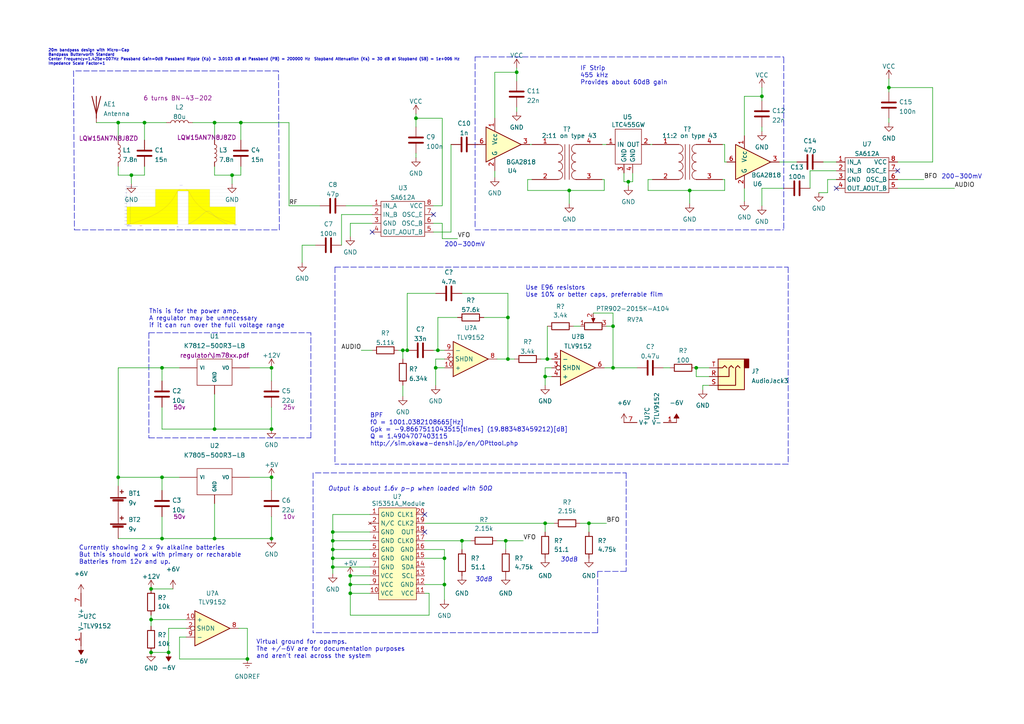
<source format=kicad_sch>
(kicad_sch (version 20211123) (generator eeschema)
  (paper "A4")
  (title_block (title "20m QRP transceiver") (company "BARC <https://bellbrookarc.org/>"))
  (lib_symbols
    (symbol "Connector:AudioJack3"
      (property "Reference" "J" (at 0 8.89 0))
      (property "Value" "AudioJack3" (at 0 6.35 0))
      (symbol "AudioJack3_0_1"
        (rectangle (start -5.08 -5.08) (end -6.35 -2.54) (stroke (width 0.254)) (fill (type outline)))
        (polyline (pts (xy 0 -2.54) (xy 0.635 -3.175) (xy 1.27 -2.54) (xy 2.54 -2.54)) (stroke (width 0.254)))
        (polyline (pts (xy -1.905 -2.54) (xy -1.27 -3.175) (xy -0.635 -2.54) (xy -0.635 0) (xy 2.54 0)) (stroke (width 0.254)))
        (polyline (pts (xy 2.54 2.54) (xy -2.54 2.54) (xy -2.54 -2.54) (xy -3.175 -3.175) (xy -3.81 -2.54)) (stroke (width 0.254)))
        (rectangle (start 2.54 3.81) (end -5.08 -5.08) (stroke (width 0.254)) (fill (type background)))
      )
      (symbol "AudioJack3_1_1"
        (pin passive line (at 5.08 0 180) (length 2.54) (name "~") (number "R"))
        (pin passive line (at 5.08 2.54 180) (length 2.54) (name "~") (number "S"))
        (pin passive line (at 5.08 -2.54 180) (length 2.54) (name "~") (number "T"))
      )
    )
    (symbol "Device:Antenna" (pin_numbers hide) (pin_names (offset 1.016) hide)
      (property "Reference" "AE" (at -1.905 1.905 0))
      (property "Value" "Antenna" (at -1.905 0 0))
      (symbol "Antenna_0_1"
        (polyline (pts (xy 0 2.54) (xy 0 -3.81)) (stroke (width 0.254)))
        (polyline (pts (xy 1.27 2.54) (xy 0 -2.54) (xy -1.27 2.54)) (stroke (width 0.254)))
      )
      (symbol "Antenna_1_1"
        (pin input line (at 0 -5.08 90) (length 2.54) (name "A") (number "1"))
      )
    )
    (symbol "Device:Battery_Cell" (pin_numbers hide) (pin_names (offset 0) hide)
      (property "Reference" "BT" (at 2.54 2.54 0))
      (property "Value" "Battery_Cell" (at 2.54 0 0))
      (symbol "Battery_Cell_0_1"
        (rectangle (start -2.286 1.778) (end 2.286 1.524) (fill (type outline)))
        (rectangle (start -1.5748 1.1938) (end 1.4732 0.6858) (fill (type outline)))
        (polyline (pts (xy 0 0.762) (xy 0 0)))
        (polyline (pts (xy 0 1.778) (xy 0 2.54)))
        (polyline (pts (xy 0.508 3.429) (xy 1.524 3.429)) (stroke (width 0.254)))
        (polyline (pts (xy 1.016 3.937) (xy 1.016 2.921)) (stroke (width 0.254)))
      )
      (symbol "Battery_Cell_1_1"
        (pin passive line (at 0 5.08 270) (length 2.54) (name "+") (number "1"))
        (pin passive line (at 0 -2.54 90) (length 2.54) (name "-") (number "2"))
      )
    )
    (symbol "Device:C" (pin_numbers hide) (pin_names (offset 0.254))
      (property "Reference" "C" (at 0.635 2.54 0))
      (property "Value" "C" (at 0.635 -2.54 0))
      (symbol "C_0_1"
        (polyline (pts (xy -2.032 -0.762) (xy 2.032 -0.762)) (stroke (width 0.508)))
        (polyline (pts (xy -2.032 0.762) (xy 2.032 0.762)) (stroke (width 0.508)))
      )
      (symbol "C_1_1"
        (pin passive line (at 0 3.81 270) (length 2.794) (name "~") (number "1"))
        (pin passive line (at 0 -3.81 90) (length 2.794) (name "~") (number "2"))
      )
    )
    (symbol "Device:L" (pin_numbers hide) (pin_names (offset 1.016) hide)
      (property "Reference" "L" (at -1.27 0 90))
      (property "Value" "L" (at 1.905 0 90))
      (symbol "L_0_1"
        (arc (start 0 -2.54) (mid 0.635 -1.905) (end 0 -1.27))
        (arc (start 0 -1.27) (mid 0.635 -0.635) (end 0 0))
        (arc (start 0 0) (mid 0.635 0.635) (end 0 1.27))
        (arc (start 0 1.27) (mid 0.635 1.905) (end 0 2.54))
      )
      (symbol "L_1_1"
        (pin passive line (at 0 3.81 270) (length 1.27) (name "1") (number "1"))
        (pin passive line (at 0 -3.81 90) (length 1.27) (name "2") (number "2"))
      )
    )
    (symbol "Device:R" (pin_numbers hide) (pin_names (offset 0))
      (property "Reference" "R" (at 2.032 0 90))
      (property "Value" "R" (at 0 0 90))
      (symbol "R_0_1"
        (rectangle (start -1.016 -2.54) (end 1.016 2.54) (stroke (width 0.254)))
      )
      (symbol "R_1_1"
        (pin passive line (at 0 3.81 270) (length 1.27) (name "~") (number "1"))
        (pin passive line (at 0 -3.81 90) (length 1.27) (name "~") (number "2"))
      )
    )
    (symbol "Device:R_Potentiometer_Dual_Separate" (pin_names (offset 1.016) hide)
      (property "Reference" "RV" (at -4.445 0 90))
      (property "Value" "R_Potentiometer_Dual_Separate" (at -2.54 0 90))
      (symbol "R_Potentiometer_Dual_Separate_0_1"
        (polyline (pts (xy 2.54 0) (xy 1.524 0)))
        (polyline (pts (xy 1.143 0) (xy 2.286 0.508) (xy 2.286 -0.508) (xy 1.143 0)) (fill (type outline)))
        (rectangle (start 1.016 2.54) (end -1.016 -2.54) (stroke (width 0.254)))
      )
      (symbol "R_Potentiometer_Dual_Separate_1_1"
        (pin passive line (at 0 3.81 270) (length 1.27) (name "1") (number "1"))
        (pin passive line (at 3.81 0 180) (length 1.27) (name "2") (number "2"))
        (pin passive line (at 0 -3.81 90) (length 1.27) (name "3") (number "3"))
      )
      (symbol "R_Potentiometer_Dual_Separate_2_1"
        (pin passive line (at 0 3.81 270) (length 1.27) (name "4") (number "4"))
        (pin passive line (at 3.81 0 180) (length 1.27) (name "5") (number "5"))
        (pin passive line (at 0 -3.81 90) (length 1.27) (name "6") (number "6"))
      )
    )
    (symbol "Device:Transformer_1P_1S" (pin_names (offset 1.016) hide)
      (property "Reference" "T" (at 0 6.35 0))
      (property "Value" "Transformer_1P_1S" (at 0 -7.62 0))
      (symbol "Transformer_1P_1S_0_1"
        (arc (start -2.54 -5.0546) (mid -1.6561 -4.6863) (end -1.27 -3.81))
        (arc (start -2.54 -2.5146) (mid -1.6561 -2.1463) (end -1.27 -1.27))
        (arc (start -2.54 0.0254) (mid -1.6561 0.3937) (end -1.27 1.27))
        (arc (start -2.54 2.5654) (mid -1.6561 2.9337) (end -1.27 3.81))
        (arc (start -1.27 -3.81) (mid -1.642 -2.912) (end -2.54 -2.54))
        (arc (start -1.27 -1.27) (mid -1.642 -0.372) (end -2.54 0))
        (arc (start -1.27 1.27) (mid -1.642 2.168) (end -2.54 2.54))
        (arc (start -1.27 3.81) (mid -1.642 4.708) (end -2.54 5.08))
        (polyline (pts (xy -0.635 5.08) (xy -0.635 -5.08)))
        (polyline (pts (xy 0.635 -5.08) (xy 0.635 5.08)))
        (arc (start 1.2954 -1.27) (mid 1.6599 -2.1501) (end 2.54 -2.5146))
        (arc (start 1.2954 1.27) (mid 1.6599 0.3899) (end 2.54 0.0254))
        (arc (start 1.2954 3.81) (mid 1.6599 2.9299) (end 2.54 2.5654))
        (arc (start 1.3208 -3.81) (mid 1.6853 -4.6901) (end 2.5654 -5.0546))
        (arc (start 2.54 0) (mid 1.6456 -0.3683) (end 1.2954 -1.27))
        (arc (start 2.54 2.54) (mid 1.6456 2.1717) (end 1.2954 1.27))
        (arc (start 2.54 5.08) (mid 1.6456 4.7117) (end 1.2954 3.81))
        (arc (start 2.5654 -2.54) (mid 1.671 -2.9083) (end 1.3208 -3.81))
      )
      (symbol "Transformer_1P_1S_1_1"
        (pin passive line (at -10.16 5.08 0) (length 7.62) (name "AA") (number "1"))
        (pin passive line (at -10.16 -5.08 0) (length 7.62) (name "AB") (number "2"))
        (pin passive line (at 10.16 -5.08 180) (length 7.62) (name "SA") (number "3"))
        (pin passive line (at 10.16 5.08 180) (length 7.62) (name "SB") (number "4"))
      )
    )
    (symbol "RF_Amplifier:BGA2818"
      (property "Reference" "U" (at 2.54 6.35 0))
      (property "Value" "BGA2818" (at 3.81 3.81 0))
      (symbol "BGA2818_0_1"
        (polyline (pts (xy 5.08 0) (xy -5.08 5.08) (xy -5.08 -5.08) (xy 5.08 0)) (stroke (width 0.254)) (fill (type background)))
      )
      (symbol "BGA2818_1_1"
        (pin power_in line (at -2.54 7.62 270) (length 3.81) (name "Vcc") (number "1"))
        (pin power_in line (at -2.54 -7.62 90) (length 3.81) (name "G") (number "2"))
        (pin output line (at 7.62 0 180) (length 2.54) (name "~") (number "3"))
        (pin passive line (at -2.54 -7.62 90) (length 3.81) hide (name "G") (number "4"))
        (pin passive line (at -2.54 -7.62 90) (length 3.81) hide (name "G") (number "5"))
        (pin input line (at -7.62 0 0) (length 2.54) (name "~") (number "6"))
      )
    )
    (symbol "components:SA612A"
      (property "Reference" "U" (at 3.81 6.35 0))
      (property "Value" "SA612A" (at -3.81 6.35 0))
      (symbol "SA612A_0_0"
        (pin input line (at -8.89 3.81 0) (length 2.54) (name "IN_A") (number "1"))
        (pin input line (at -8.89 1.27 0) (length 2.54) (name "IN_B") (number "2"))
        (pin power_in line (at -8.89 -1.27 0) (length 2.54) (name "GND") (number "3"))
        (pin output line (at -8.89 -3.81 0) (length 2.54) (name "OUT_A") (number "4"))
        (pin output line (at 8.89 -3.81 180) (length 2.54) (name "OUT_B") (number "5"))
        (pin input line (at 8.89 -1.27 180) (length 2.54) (name "OSC_B") (number "6"))
        (pin input line (at 8.89 1.27 180) (length 2.54) (name "OSC_E") (number "7"))
        (pin power_in line (at 8.89 3.81 180) (length 2.54) (name "VCC") (number "8"))
      )
      (symbol "SA612A_0_1"
        (rectangle (start -6.35 5.08) (end 6.35 -5.08) (stroke (width 0.1524)))
      )
    )
    (symbol "components:Si5351A_Module"
      (property "Reference" "U?" (at 0.254 16.6157 0))
      (property "Value" "Si5351A_Module" (at 0.635 14.605 0))
      (symbol "Si5351A_Module_0_0"
        (pin power_in line (at -7.62 11.43 0) (length 2.54) (name "GND") (number "1"))
        (pin power_in line (at -7.62 -11.43 0) (length 2.54) (name "VCC") (number "10"))
        (pin power_in line (at 8.255 -11.43 180) (length 2.54) (name "VCC") (number "11"))
        (pin power_in line (at 8.255 -8.89 180) (length 2.54) (name "GND") (number "12"))
        (pin input line (at 8.255 -6.35 180) (length 2.54) (name "SCL") (number "13"))
        (pin bidirectional line (at 8.255 -3.81 180) (length 2.54) (name "SDA") (number "14"))
        (pin power_in line (at 8.255 -1.27 180) (length 2.54) (name "GND") (number "15"))
        (pin power_in line (at 8.255 1.27 180) (length 2.54) (name "GND") (number "16"))
        (pin output line (at 8.255 3.81 180) (length 2.54) (name "CLK0") (number "17"))
        (pin output line (at 8.255 6.35 180) (length 2.54) (name "OUT") (number "18"))
        (pin output line (at 8.255 8.89 180) (length 2.54) (name "CLK2") (number "19"))
        (pin no_connect line (at -7.62 8.89 0) (length 2.54) (name "N/C") (number "2"))
        (pin output line (at 8.255 11.43 180) (length 2.54) (name "CLK1") (number "20"))
        (pin power_in line (at -7.62 6.35 0) (length 2.54) (name "GND") (number "3"))
        (pin power_in line (at -7.62 3.81 0) (length 2.54) (name "GND") (number "4"))
        (pin power_in line (at -7.62 1.27 0) (length 2.54) (name "GND") (number "5"))
        (pin power_in line (at -7.62 -1.27 0) (length 2.54) (name "GND") (number "6"))
        (pin power_in line (at -7.62 -3.81 0) (length 2.54) (name "GND") (number "7"))
        (pin power_in line (at -7.62 -6.35 0) (length 2.54) (name "VCC") (number "8"))
        (pin power_in line (at -7.62 -8.89 0) (length 2.54) (name "VCC") (number "9"))
      )
      (symbol "Si5351A_Module_0_1"
        (rectangle (start -5.08 13.335) (end 5.842 -13.335) (stroke (width 0.1524)) (fill (type background)))
      )
    )
    (symbol "components:TLV9152"
      (property "Reference" "U" (at 0 5.08 0))
      (property "Value" "TLV9152" (at 0 -5.08 0))
      (symbol "TLV9152_1_1"
        (polyline (pts (xy -5.08 5.08) (xy 5.08 0) (xy -5.08 -5.08) (xy -5.08 5.08)) (stroke (width 0.254)) (fill (type background)))
        (pin input line (at -7.62 2.54 0) (length 2.54) (name "+") (number "10"))
        (pin input inverted (at -7.62 0 0) (length 2.54) (name "SHDN") (number "2"))
        (pin output line (at 7.62 0 180) (length 2.54) (name "~") (number "8"))
        (pin input line (at -7.62 -2.54 0) (length 2.54) (name "-") (number "9"))
      )
      (symbol "TLV9152_2_1"
        (polyline (pts (xy -5.08 5.08) (xy 5.08 0) (xy -5.08 -5.08) (xy -5.08 5.08)) (stroke (width 0.254)) (fill (type background)))
        (pin input inverted (at -7.62 0 0) (length 2.54) (name "SHDN") (number "3"))
        (pin input line (at -7.62 2.54 0) (length 2.54) (name "+") (number "4"))
        (pin input line (at -7.62 -2.54 0) (length 2.54) (name "-") (number "5"))
        (pin output line (at 7.62 0 180) (length 2.54) (name "~") (number "6"))
      )
      (symbol "TLV9152_3_1"
        (pin power_in line (at -2.54 -7.62 90) (length 3.81) (name "V-") (number "1"))
        (pin power_in line (at -2.54 7.62 270) (length 3.81) (name "V+") (number "7"))
      )
    )
    (symbol "components:WTL6R60427VH"
      (property "Reference" "U5" (at -0.254 8.6147 0))
      (property "Value" "LTC455GW" (at 0 6.35 0))
      (symbol "WTL6R60427VH_0_0"
        (pin power_in line (at -1.27 -7.62 90) (length 2.54) (name "GND") (number "3"))
        (pin power_in line (at 1.27 -7.62 90) (length 2.54) (name "GND") (number "4"))
      )
      (symbol "WTL6R60427VH_0_1"
        (rectangle (start -3.81 5.08) (end 3.81 -5.08) (stroke (width 0.1524)))
      )
      (symbol "WTL6R60427VH_1_1"
        (pin input line (at -6.35 0.635 0) (length 2.54) (name "IN") (number "1"))
        (pin output line (at 6.35 0.635 180) (length 2.54) (name "OUT") (number "2"))
      )
    )
    (symbol "power:+12V" (power) (pin_names (offset 0))
      (property "Value" "+12V" (at 0 3.556 0))
      (symbol "+12V_0_1"
        (polyline (pts (xy -0.762 1.27) (xy 0 2.54)))
        (polyline (pts (xy 0 0) (xy 0 2.54)))
        (polyline (pts (xy 0 2.54) (xy 0.762 1.27)))
      )
      (symbol "+12V_1_1"
        (pin power_in line (at 0 0 90) (length 0) hide (name "+12V") (number "1"))
      )
    )
    (symbol "power:+5V" (power) (pin_names (offset 0))
      (property "Value" "+5V" (at 0 3.556 0))
      (symbol "+5V_0_1"
        (polyline (pts (xy -0.762 1.27) (xy 0 2.54)))
        (polyline (pts (xy 0 0) (xy 0 2.54)))
        (polyline (pts (xy 0 2.54) (xy 0.762 1.27)))
      )
      (symbol "+5V_1_1"
        (pin power_in line (at 0 0 90) (length 0) hide (name "+5V") (number "1"))
      )
    )
    (symbol "power:+6V" (power) (pin_names (offset 0))
      (property "Value" "+6V" (at 0 3.556 0))
      (symbol "+6V_0_1"
        (polyline (pts (xy -0.762 1.27) (xy 0 2.54)))
        (polyline (pts (xy 0 0) (xy 0 2.54)))
        (polyline (pts (xy 0 2.54) (xy 0.762 1.27)))
      )
      (symbol "+6V_1_1"
        (pin power_in line (at 0 0 90) (length 0) hide (name "+6V") (number "1"))
      )
    )
    (symbol "power:-6V" (power) (pin_names (offset 0))
      (property "Value" "-6V" (at 0 3.81 0))
      (symbol "-6V_0_0"
        (pin power_in line (at 0 0 90) (length 0) hide (name "-6V") (number "1"))
      )
      (symbol "-6V_0_1"
        (polyline (pts (xy 0 0) (xy 0 1.27) (xy 0.762 1.27) (xy 0 2.54) (xy -0.762 1.27) (xy 0 1.27)) (fill (type outline)))
      )
    )
    (symbol "power:GND" (power) (pin_names (offset 0))
      (property "Value" "GND" (at 0 -3.81 0))
      (symbol "GND_0_1"
        (polyline (pts (xy 0 0) (xy 0 -1.27) (xy 1.27 -1.27) (xy 0 -2.54) (xy -1.27 -1.27) (xy 0 -1.27)))
      )
      (symbol "GND_1_1"
        (pin power_in line (at 0 0 270) (length 0) hide (name "GND") (number "1"))
      )
    )
    (symbol "power:GNDREF" (power) (pin_names (offset 0))
      (property "Value" "GNDREF" (at 0 -3.81 0))
      (symbol "GNDREF_0_1"
        (polyline (pts (xy -0.635 -1.905) (xy 0.635 -1.905)))
        (polyline (pts (xy -0.127 -2.54) (xy 0.127 -2.54)))
        (polyline (pts (xy 0 -1.27) (xy 0 0)))
        (polyline (pts (xy 1.27 -1.27) (xy -1.27 -1.27)))
      )
      (symbol "GNDREF_1_1"
        (pin power_in line (at 0 0 270) (length 0) hide (name "GNDREF") (number "1"))
      )
    )
    (symbol "power:VCC" (power) (pin_names (offset 0))
      (property "Value" "VCC" (at 0 3.81 0))
      (symbol "VCC_0_1"
        (polyline (pts (xy -0.762 1.27) (xy 0 2.54)))
        (polyline (pts (xy 0 0) (xy 0 2.54)))
        (polyline (pts (xy 0 2.54) (xy 0.762 1.27)))
      )
      (symbol "VCC_1_1"
        (pin power_in line (at 0 0 90) (length 0) hide (name "VCC") (number "1"))
      )
    )
    (symbol "regul_fixed:7805" (pin_numbers hide) (pin_names (offset 0.762))
      (property "Reference" "U" (at 3.81 -4.9784 0))
      (property "Value" "7805" (at 0 5.08 0))
      (property "Datasheet" "regulator\\lm78xx.pdf" (at 0 0 0))
      (symbol "7805_0_1"
        (rectangle (start -5.08 -3.81) (end 5.08 3.81))
      )
      (symbol "7805_1_1"
        (pin input line (at -10.16 1.27 0) (length 5.08) (name "VI") (number "1"))
        (pin input line (at 0 -6.35 90) (length 2.54) (name "GND") (number "2"))
        (pin power_out line (at 10.16 1.27 180) (length 5.08) (name "VO") (number "3"))
      )
    )
  )
  (junction (at 120.65 34.29))
  (junction (at 170.815 151.765))
  (junction (at 177.8 106.68))
  (junction (at 78.74 124.46))
  (junction (at 78.74 156.21))
  (junction (at 62.23 124.46))
  (junction (at 78.74 138.43))
  (junction (at 96.52 164.465))
  (junction (at 147.32 92.075))
  (junction (at 126.365 106.68))
  (junction (at 43.815 189.23))
  (junction (at 34.29 35.56))
  (junction (at 62.23 156.21))
  (junction (at 78.74 106.68))
  (junction (at 127 101.6))
  (junction (at 149.86 20.955))
  (junction (at 46.99 156.21))
  (junction (at 46.99 106.68))
  (junction (at 158.115 151.765))
  (junction (at 96.52 156.845))
  (junction (at 46.99 138.43))
  (junction (at 96.52 154.305))
  (junction (at 177.8 94.615))
  (junction (at 101.6 172.085))
  (junction (at 182.245 52.705))
  (junction (at 200.025 55.245))
  (junction (at 220.98 27.94))
  (junction (at 257.81 25.4))
  (junction (at 43.815 179.705))
  (junction (at 158.75 104.14))
  (junction (at 128.905 169.545))
  (junction (at 116.84 101.6))
  (junction (at 34.29 138.43))
  (junction (at 96.52 159.385))
  (junction (at 43.815 170.815))
  (junction (at 165.1 55.245))
  (junction (at 69.85 35.56))
  (junction (at 48.895 189.23))
  (junction (at 147.32 104.14))
  (junction (at 101.6 167.005))
  (junction (at 146.685 156.845))
  (junction (at 101.6 169.545))
  (junction (at 118.11 101.6))
  (junction (at 201.93 106.68))
  (junction (at 71.755 191.135))
  (junction (at 158.115 109.22))
  (junction (at 133.985 156.845))
  (junction (at 96.52 161.925))
  (junction (at 41.91 35.56))
  (junction (at 62.23 35.56))
  (junction (at 128.905 161.925))
  (junction (at 38.1 50.8))
  (junction (at 67.31 50.8))
  (no_connect (at 123.19 154.305))
  (no_connect (at 242.57 54.61))
  (no_connect (at 107.95 67.31))
  (no_connect (at 123.19 149.225))
  (no_connect (at 125.73 62.23))
  (no_connect (at 260.35 49.53))
  (wire (pts (xy 128.27 64.77) (xy 125.73 64.77)))
  (wire (pts (xy 52.07 184.785) (xy 52.07 191.135)))
  (wire (pts (xy 226.06 46.99) (xy 231.14 46.99)))
  (wire (pts (xy 123.19 159.385) (xy 128.905 159.385)))
  (wire (pts (xy 96.52 149.225) (xy 96.52 154.305)))
  (wire (pts (xy 120.65 33.02) (xy 120.65 34.29)))
  (wire (pts (xy 260.35 52.07) (xy 267.97 52.07)))
  (wire (pts (xy 48.895 182.245) (xy 53.975 182.245)))
  (wire (pts (xy 215.9 54.61) (xy 215.9 58.42)))
  (polyline (pts (xy 228.6 134.62) (xy 97.155 134.62)))
  (wire (pts (xy 170.815 151.765) (xy 170.815 154.305)))
  (wire (pts (xy 187.96 52.07) (xy 187.96 55.245)))
  (wire (pts (xy 260.35 46.99) (xy 270.51 46.99)))
  (wire (pts (xy 132.715 92.075) (xy 127 92.075)))
  (wire (pts (xy 52.07 191.135) (xy 71.755 191.135)))
  (wire (pts (xy 43.815 179.705) (xy 43.815 181.61)))
  (polyline (pts (xy 81.026 66.675) (xy 80.772 20.574)))
  (wire (pts (xy 62.23 35.56) (xy 62.23 40.64)))
  (wire (pts (xy 240.03 52.07) (xy 242.57 52.07)))
  (wire (pts (xy 46.99 138.43) (xy 46.99 142.24)))
  (wire (pts (xy 34.29 156.21) (xy 46.99 156.21)))
  (wire (pts (xy 166.37 94.615) (xy 168.275 94.615)))
  (wire (pts (xy 96.52 164.465) (xy 107.315 164.465)))
  (polyline (pts (xy 137.795 16.51) (xy 227.33 16.51)))
  (wire (pts (xy 96.52 156.845) (xy 107.315 156.845)))
  (wire (pts (xy 234.95 49.53) (xy 242.57 49.53)))
  (wire (pts (xy 34.29 35.56) (xy 34.29 40.64)))
  (wire (pts (xy 175.26 52.07) (xy 175.26 55.245)))
  (wire (pts (xy 143.51 34.29) (xy 143.51 20.955)))
  (polyline (pts (xy 137.795 66.675) (xy 227.33 66.675)))
  (wire (pts (xy 209.55 52.07) (xy 210.185 52.07)))
  (wire (pts (xy 69.85 35.56) (xy 83.82 35.56)))
  (wire (pts (xy 38.1 50.8) (xy 38.1 53.34)))
  (polyline (pts (xy 21.59 66.675) (xy 81.026 66.675)))
  (wire (pts (xy 124.46 172.085) (xy 124.46 178.435)))
  (wire (pts (xy 130.81 67.31) (xy 130.81 41.91)))
  (wire (pts (xy 38.1 50.8) (xy 41.91 50.8)))
  (wire (pts (xy 210.185 46.99) (xy 210.82 46.99)))
  (wire (pts (xy 189.23 52.07) (xy 187.96 52.07)))
  (wire (pts (xy 220.98 59.69) (xy 220.98 54.61)))
  (wire (pts (xy 200.025 55.245) (xy 200.025 59.055)))
  (wire (pts (xy 43.815 189.23) (xy 48.895 189.23)))
  (wire (pts (xy 180.975 52.705) (xy 182.245 52.705)))
  (wire (pts (xy 128.27 69.215) (xy 128.27 64.77)))
  (wire (pts (xy 237.49 55.88) (xy 240.03 55.88)))
  (wire (pts (xy 128.905 161.925) (xy 128.905 169.545)))
  (wire (pts (xy 240.03 55.88) (xy 240.03 52.07)))
  (polyline (pts (xy 97.155 77.47) (xy 97.155 134.62)))
  (wire (pts (xy 158.115 106.68) (xy 158.115 109.22)))
  (wire (pts (xy 123.19 172.085) (xy 124.46 172.085)))
  (wire (pts (xy 27.94 35.56) (xy 34.29 35.56)))
  (wire (pts (xy 34.29 35.56) (xy 41.91 35.56)))
  (wire (pts (xy 147.32 104.14) (xy 149.225 104.14)))
  (wire (pts (xy 34.29 140.97) (xy 34.29 138.43)))
  (wire (pts (xy 153.67 41.91) (xy 154.305 41.91)))
  (wire (pts (xy 67.31 53.34) (xy 67.31 50.8)))
  (wire (pts (xy 126.365 106.68) (xy 128.905 106.68)))
  (wire (pts (xy 128.905 159.385) (xy 128.905 161.925)))
  (wire (pts (xy 78.74 156.21) (xy 78.74 149.86)))
  (polyline (pts (xy 90.805 137.16) (xy 90.805 183.515)))
  (wire (pts (xy 175.26 55.245) (xy 165.1 55.245)))
  (wire (pts (xy 46.99 118.11) (xy 46.99 124.46)))
  (wire (pts (xy 182.245 52.705) (xy 182.245 53.975)))
  (wire (pts (xy 192.405 106.68) (xy 194.31 106.68)))
  (wire (pts (xy 96.52 161.925) (xy 107.315 161.925)))
  (wire (pts (xy 175.895 94.615) (xy 177.8 94.615)))
  (wire (pts (xy 41.91 50.8) (xy 41.91 48.26)))
  (wire (pts (xy 125.73 101.6) (xy 127 101.6)))
  (wire (pts (xy 62.23 124.46) (xy 62.23 114.3)))
  (wire (pts (xy 205.74 109.22) (xy 201.93 109.22)))
  (wire (pts (xy 96.52 159.385) (xy 107.315 159.385)))
  (wire (pts (xy 158.115 111.76) (xy 158.115 109.22)))
  (wire (pts (xy 101.6 169.545) (xy 107.315 169.545)))
  (wire (pts (xy 149.86 31.115) (xy 149.86 32.385)))
  (wire (pts (xy 234.95 49.53) (xy 234.95 54.61)))
  (wire (pts (xy 101.6 167.005) (xy 101.6 169.545)))
  (wire (pts (xy 146.685 156.845) (xy 151.765 156.845)))
  (wire (pts (xy 62.23 50.8) (xy 67.31 50.8)))
  (polyline (pts (xy 97.155 77.47) (xy 228.6 77.47)))
  (wire (pts (xy 71.755 191.135) (xy 71.755 182.245)))
  (wire (pts (xy 220.98 54.61) (xy 227.33 54.61)))
  (wire (pts (xy 158.115 109.22) (xy 160.02 109.22)))
  (wire (pts (xy 183.515 52.705) (xy 183.515 50.165)))
  (polyline (pts (xy 173.355 183.515) (xy 90.805 183.515)))
  (wire (pts (xy 104.775 101.6) (xy 107.95 101.6)))
  (wire (pts (xy 53.975 184.785) (xy 52.07 184.785)))
  (polyline (pts (xy 181.61 137.16) (xy 181.61 165.735)))
  (wire (pts (xy 126.365 104.14) (xy 126.365 106.68)))
  (wire (pts (xy 270.51 46.99) (xy 270.51 25.4)))
  (wire (pts (xy 118.11 85.09) (xy 126.365 85.09)))
  (wire (pts (xy 101.6 64.77) (xy 101.6 68.58)))
  (wire (pts (xy 147.32 104.14) (xy 144.145 104.14)))
  (wire (pts (xy 182.245 52.705) (xy 183.515 52.705)))
  (wire (pts (xy 158.115 151.765) (xy 160.655 151.765)))
  (wire (pts (xy 34.29 48.26) (xy 34.29 50.8)))
  (wire (pts (xy 153.035 55.245) (xy 165.1 55.245)))
  (wire (pts (xy 34.29 138.43) (xy 34.29 106.68)))
  (wire (pts (xy 126.365 104.14) (xy 128.905 104.14)))
  (polyline (pts (xy 227.33 16.637) (xy 227.33 66.675)))
  (wire (pts (xy 101.6 64.77) (xy 107.95 64.77)))
  (wire (pts (xy 116.84 101.6) (xy 118.11 101.6)))
  (wire (pts (xy 174.625 41.91) (xy 175.895 41.91)))
  (wire (pts (xy 177.8 94.615) (xy 177.8 106.68)))
  (wire (pts (xy 210.185 41.91) (xy 210.185 46.99)))
  (wire (pts (xy 257.81 34.29) (xy 257.81 35.56)))
  (wire (pts (xy 260.35 54.61) (xy 276.86 54.61)))
  (wire (pts (xy 238.76 46.99) (xy 242.57 46.99)))
  (wire (pts (xy 156.845 104.14) (xy 158.75 104.14)))
  (wire (pts (xy 160.02 106.68) (xy 158.115 106.68)))
  (polyline (pts (xy 43.18 127) (xy 90.17 127)))
  (wire (pts (xy 220.98 36.83) (xy 220.98 38.1)))
  (wire (pts (xy 43.815 170.815) (xy 50.165 170.815)))
  (wire (pts (xy 168.275 151.765) (xy 170.815 151.765)))
  (wire (pts (xy 115.57 101.6) (xy 116.84 101.6)))
  (polyline (pts (xy 80.772 20.574) (xy 21.336 20.574)))
  (wire (pts (xy 143.51 49.53) (xy 143.51 51.435)))
  (polyline (pts (xy 228.6 77.47) (xy 228.6 134.62)))
  (wire (pts (xy 220.98 27.94) (xy 220.98 29.21)))
  (wire (pts (xy 123.19 161.925) (xy 128.905 161.925)))
  (wire (pts (xy 149.86 19.685) (xy 149.86 20.955)))
  (wire (pts (xy 187.96 55.245) (xy 200.025 55.245)))
  (wire (pts (xy 158.115 151.765) (xy 158.115 154.305)))
  (polyline (pts (xy 137.795 65.786) (xy 137.795 16.51)))
  (wire (pts (xy 62.23 156.21) (xy 62.23 146.05)))
  (wire (pts (xy 149.86 20.955) (xy 149.86 23.495)))
  (wire (pts (xy 215.9 39.37) (xy 215.9 27.94)))
  (wire (pts (xy 87.63 71.12) (xy 91.44 71.12)))
  (wire (pts (xy 125.73 67.31) (xy 130.81 67.31)))
  (wire (pts (xy 96.52 154.305) (xy 107.315 154.305)))
  (wire (pts (xy 101.6 167.005) (xy 107.315 167.005)))
  (wire (pts (xy 172.085 90.805) (xy 177.8 90.805)))
  (wire (pts (xy 147.32 85.09) (xy 147.32 92.075)))
  (wire (pts (xy 72.39 138.43) (xy 78.74 138.43)))
  (wire (pts (xy 177.8 90.805) (xy 177.8 94.615)))
  (wire (pts (xy 270.51 25.4) (xy 257.81 25.4)))
  (wire (pts (xy 41.91 35.56) (xy 41.91 40.64)))
  (wire (pts (xy 128.27 59.69) (xy 128.27 34.29)))
  (wire (pts (xy 128.27 34.29) (xy 120.65 34.29)))
  (wire (pts (xy 55.88 35.56) (xy 62.23 35.56)))
  (wire (pts (xy 123.19 156.845) (xy 133.985 156.845)))
  (wire (pts (xy 158.75 104.14) (xy 160.02 104.14)))
  (wire (pts (xy 46.99 138.43) (xy 52.07 138.43)))
  (wire (pts (xy 62.23 48.26) (xy 62.23 50.8)))
  (wire (pts (xy 107.95 62.23) (xy 99.06 62.23)))
  (wire (pts (xy 116.84 111.76) (xy 116.84 114.935)))
  (wire (pts (xy 96.52 164.465) (xy 96.52 166.37)))
  (wire (pts (xy 87.63 76.2) (xy 87.63 71.12)))
  (wire (pts (xy 203.835 111.76) (xy 205.74 111.76)))
  (wire (pts (xy 143.51 20.955) (xy 149.86 20.955)))
  (wire (pts (xy 101.6 172.085) (xy 101.6 178.435)))
  (wire (pts (xy 180.975 50.165) (xy 180.975 52.705)))
  (wire (pts (xy 34.29 50.8) (xy 38.1 50.8)))
  (polyline (pts (xy 91.44 137.16) (xy 181.61 137.16)))
  (wire (pts (xy 128.905 169.545) (xy 128.905 173.99)))
  (wire (pts (xy 125.73 59.69) (xy 128.27 59.69)))
  (wire (pts (xy 69.85 50.8) (xy 69.85 48.26)))
  (wire (pts (xy 41.91 35.56) (xy 48.26 35.56)))
  (wire (pts (xy 43.815 178.435) (xy 43.815 179.705)))
  (wire (pts (xy 46.99 124.46) (xy 62.23 124.46)))
  (wire (pts (xy 96.52 161.925) (xy 96.52 164.465)))
  (wire (pts (xy 83.82 35.56) (xy 83.82 59.69)))
  (wire (pts (xy 46.99 106.68) (xy 46.99 110.49)))
  (wire (pts (xy 43.815 179.705) (xy 53.975 179.705)))
  (polyline (pts (xy 43.18 96.52) (xy 90.17 96.52)))
  (wire (pts (xy 124.46 178.435) (xy 101.6 178.435)))
  (wire (pts (xy 67.31 50.8) (xy 69.85 50.8)))
  (wire (pts (xy 72.39 106.68) (xy 78.74 106.68)))
  (wire (pts (xy 96.52 156.845) (xy 96.52 159.385)))
  (wire (pts (xy 133.985 85.09) (xy 147.32 85.09)))
  (polyline (pts (xy 181.61 165.735) (xy 173.355 165.735)))
  (wire (pts (xy 126.365 106.68) (xy 126.365 111.76)))
  (wire (pts (xy 165.1 55.245) (xy 165.1 59.055)))
  (polyline (pts (xy 43.18 96.52) (xy 43.18 127)))
  (wire (pts (xy 201.93 109.22) (xy 201.93 106.68)))
  (wire (pts (xy 100.33 59.69) (xy 107.95 59.69)))
  (wire (pts (xy 188.595 41.91) (xy 189.23 41.91)))
  (wire (pts (xy 96.52 154.305) (xy 96.52 156.845)))
  (wire (pts (xy 34.29 138.43) (xy 46.99 138.43)))
  (wire (pts (xy 174.625 52.07) (xy 175.26 52.07)))
  (wire (pts (xy 69.85 35.56) (xy 69.85 40.64)))
  (wire (pts (xy 127 92.075) (xy 127 101.6)))
  (wire (pts (xy 96.52 149.225) (xy 107.315 149.225)))
  (wire (pts (xy 140.335 92.075) (xy 147.32 92.075)))
  (wire (pts (xy 153.035 52.07) (xy 153.035 55.245)))
  (wire (pts (xy 215.9 27.94) (xy 220.98 27.94)))
  (wire (pts (xy 46.99 106.68) (xy 52.07 106.68)))
  (wire (pts (xy 78.74 138.43) (xy 78.74 142.24)))
  (wire (pts (xy 96.52 159.385) (xy 96.52 161.925)))
  (wire (pts (xy 146.685 156.845) (xy 146.685 159.385)))
  (wire (pts (xy 71.755 182.245) (xy 69.215 182.245)))
  (wire (pts (xy 201.93 106.68) (xy 205.74 106.68)))
  (wire (pts (xy 123.19 151.765) (xy 158.115 151.765)))
  (wire (pts (xy 210.185 52.07) (xy 210.185 55.245)))
  (wire (pts (xy 78.74 106.68) (xy 78.74 110.49)))
  (wire (pts (xy 133.985 156.845) (xy 133.985 159.385)))
  (polyline (pts (xy 90.17 127) (xy 90.17 96.52)))
  (wire (pts (xy 62.23 156.21) (xy 78.74 156.21)))
  (wire (pts (xy 257.81 25.4) (xy 257.81 26.67)))
  (polyline (pts (xy 173.355 165.735) (xy 173.355 183.515)))
  (wire (pts (xy 116.84 101.6) (xy 116.84 104.14)))
  (wire (pts (xy 120.65 44.45) (xy 120.65 45.72)))
  (wire (pts (xy 257.81 22.86) (xy 257.81 25.4)))
  (wire (pts (xy 48.895 189.23) (xy 48.895 182.245)))
  (wire (pts (xy 210.185 55.245) (xy 200.025 55.245)))
  (wire (pts (xy 34.29 106.68) (xy 46.99 106.68)))
  (wire (pts (xy 101.6 169.545) (xy 101.6 172.085)))
  (wire (pts (xy 220.98 25.4) (xy 220.98 27.94)))
  (wire (pts (xy 170.815 151.765) (xy 175.895 151.765)))
  (wire (pts (xy 132.715 69.215) (xy 128.27 69.215)))
  (wire (pts (xy 120.65 34.29) (xy 120.65 36.83)))
  (wire (pts (xy 118.11 101.6) (xy 118.11 85.09)))
  (wire (pts (xy 127 101.6) (xy 128.905 101.6)))
  (wire (pts (xy 147.32 92.075) (xy 147.32 104.14)))
  (wire (pts (xy 158.75 94.615) (xy 158.75 104.14)))
  (wire (pts (xy 203.835 113.03) (xy 203.835 111.76)))
  (wire (pts (xy 99.06 62.23) (xy 99.06 71.12)))
  (wire (pts (xy 209.55 41.91) (xy 210.185 41.91)))
  (wire (pts (xy 101.6 172.085) (xy 107.315 172.085)))
  (wire (pts (xy 78.74 124.46) (xy 78.74 118.11)))
  (polyline (pts (xy 21.336 20.574) (xy 21.59 66.675)))
  (wire (pts (xy 154.305 52.07) (xy 153.035 52.07)))
  (wire (pts (xy 133.985 156.845) (xy 136.525 156.845)))
  (wire (pts (xy 123.19 169.545) (xy 128.905 169.545)))
  (wire (pts (xy 177.8 106.68) (xy 184.785 106.68)))
  (wire (pts (xy 177.8 106.68) (xy 175.26 106.68)))
  (wire (pts (xy 62.23 35.56) (xy 69.85 35.56)))
  (wire (pts (xy 62.23 124.46) (xy 78.74 124.46)))
  (wire (pts (xy 46.99 156.21) (xy 62.23 156.21)))
  (wire (pts (xy 83.82 59.69) (xy 92.71 59.69)))
  (wire (pts (xy 46.99 149.86) (xy 46.99 156.21)))
  (wire (pts (xy 144.145 156.845) (xy 146.685 156.845)))
  (image (at 52.451 59.817) (scale 0.203619))
  (text "Output is about 1.6v p-p when loaded with 50Ω" (at 95.123 142.621 0) (effects (font (size 1.27 1.27) italic) (justify left bottom)))
  (text "200-300mV" (at 273.05 52.07 0) (effects (font (size 1.27 1.27)) (justify left bottom)))
  (text "Use E96 resistors\nUse 10% or better caps, preferrable film" (at 152.4 86.36 0) (effects (font (size 1.27 1.27)) (justify left bottom)))
  (text "200-300mV" (at 128.905 71.755 0) (effects (font (size 1.27 1.27)) (justify left bottom)))
  (text "20m bandpass design with Micro-Cap\nBandpass Butterworth Standard\nCenter Frequency=1.425e+007Hz Passband Gain=0dB Passband Ripple (Kp) = 3.0103 dB at Passband (PB) = 200000 Hz  Stopband Attenuation (Ks) = 30 dB at Stopband (SB) = 1e+006 Hz\nImpedance Scale Factor=1" (at 13.97 19.05 0) (effects (font (size 0.8 0.8)) (justify left bottom)))
  (text "30dB" (at 137.795 168.91 0) (effects (font (size 1.27 1.27) italic) (justify left bottom)))
  (text "Currently showing 2 x 9v alkaline batteries\nBut this should work with primary or recharable\nBatteries from 12v and up." (at 22.86 163.83 0) (effects (font (size 1.27 1.27)) (justify left bottom)))
  (text "30dB" (at 162.56 163.195 0) (effects (font (size 1.27 1.27) italic) (justify left bottom)))
  (text "Virtual ground for opamps.\nThe +/-6V are for documentation purposes\nand aren't real across the system" (at 74.295 191.135 0) (effects (font (size 1.27 1.27)) (justify left bottom)))
  (text "BPF\nf0 = 1001.0382108665[Hz]\nGpk = -9.8667511043515[times] (19.883483459212)[dB]\nQ = 1.4904707403115\nhttp://sim.okawa-denshi.jp/en/OPttool.php" (at 107.315 129.54 0) (effects (font (size 1.27 1.27)) (justify left bottom)))
  (text "This is for the power amp.\nA regulator may be unnecessary\nif it can run over the full voltage range" (at 43.18 95.25 0) (effects (font (size 1.27 1.27)) (justify left bottom)))
  (text "IF Strip\n455 kHz\nProvides about 60dB gain" (at 168.275 24.765 0) (effects (font (size 1.27 1.27)) (justify left bottom)))
  (label "AUDIO" (at 104.775 101.6 180))
  (label "BFO" (at 267.97 52.07 0))
  (label "AUDIO" (at 276.86 54.61 0))
  (label "VFO" (at 132.715 69.215 0))
  (label "RF" (at 83.82 59.69 0))
  (label "VFO" (at 151.765 156.845 0))
  (label "BFO" (at 175.895 151.765 0))
  (symbol (lib_id "Device:C") (at 149.86 27.305 0) (unit 1)
    (property "Reference" "C11" (at 152.781 26.3965 0) (effects (justify left)))
    (property "Value" "22n" (at 152.781 29.1716 0) (effects (justify left)))
  )
  (symbol (lib_id "power:GND") (at 158.115 111.76 0) (unit 1)
    (property "Reference" "#PWR?" (effects hide))
    (property "Value" "GND" (at 158.115 116.3225 0))
  )
  (symbol (lib_id "Device:Transformer_1P_1S") (at 164.465 46.99 0) (unit 1)
    (property "Reference" "T?" (at 164.465 37.465 0))
    (property "Value" "2:11 on type 43" (at 165.1 39.37 0))
  )
  (symbol (lib_id "power:GND") (at 158.115 161.925 0) (unit 1)
    (property "Reference" "#PWR?" (effects hide))
    (property "Value" "GND" (at 158.115 167.005 0))
  )
  (symbol (lib_id "power:GND") (at 220.98 59.69 0) (unit 1)
    (property "Reference" "#PWR017" (effects hide))
    (property "Value" "GND" (at 220.98 64.2525 0))
  )
  (symbol (lib_id "components:SA612A") (at 251.46 50.8 0) (unit 1)
    (property "Reference" "U7" (at 251.46 41.8043 0))
    (property "Value" "SA612A" (at 251.46 44.5794 0))
    (property "Datasheet" "https://www.nxp.com/docs/en/data-sheet/SA612A.pdf" (effects hide))
  )
  (symbol (lib_id "RF_Amplifier:BGA2818") (at 146.05 41.91 0) (unit 1)
    (property "Reference" "U4" (at 148.59 49.53 0))
    (property "Value" "BGA2818" (at 151.13 46.99 0))
    (property "Footprint" "Package_TO_SOT_SMD:SOT-363_SC-70-6" (effects hide))
    (property "Datasheet" "https://www.nxp.com/docs/en/data-sheet/BGA2818.pdf" (effects hide))
  )
  (symbol (lib_id "Device:Battery_Cell") (at 34.29 153.67 0) (unit 1)
    (property "Reference" "BT2" (at 37.211 150.7295 0) (effects (justify left)))
    (property "Value" "9v" (at 37.211 153.5046 0) (effects (justify left)))
  )
  (symbol (lib_id "power:GND") (at 116.84 114.935 0) (unit 1)
    (property "Reference" "#PWR?" (effects hide))
    (property "Value" "GND" (at 116.84 119.4975 0))
  )
  (symbol (lib_id "components:TLV9152") (at 136.525 104.14 0) (mirror x) (unit 1)
    (property "Reference" "U?" (at 136.525 95.0935 0))
    (property "Value" "TLV9152" (at 136.525 97.8686 0))
    (property "Datasheet" "https://www.ti.com/product/TLV9152" (effects hide))
  )
  (symbol (lib_id "Device:R") (at 133.985 163.195 0) (unit 1)
    (property "Reference" "R?" (at 136.525 161.9249 0) (effects (justify left)))
    (property "Value" "51.1" (at 136.525 164.4649 0) (effects (justify left)))
  )
  (symbol (lib_id "power:GNDREF") (at 71.755 191.135 0) (unit 1)
    (property "Reference" "#PWR?" (effects hide))
    (property "Value" "GNDREF" (at 71.755 196.215 0))
  )
  (symbol (lib_id "Device:R_Potentiometer_Dual_Separate") (at 172.085 94.615 90) (unit 1)
    (property "Reference" "RV?" (at 184.15 92.71 90))
    (property "Value" "PTR902-2015K-A104" (at 183.515 89.535 90))
  )
  (symbol (lib_id "power:GND") (at 237.49 55.88 0) (unit 1)
    (property "Reference" "#PWR018" (effects hide))
    (property "Value" "GND" (at 237.49 60.4425 0))
  )
  (symbol (lib_id "Device:C") (at 78.74 114.3 0) (unit 1)
    (property "Reference" "C5" (at 81.661 113.3915 0) (effects (justify left)))
    (property "Value" "22u" (at 81.661 116.1666 0) (effects (justify left)))
    (property "Voltage" "25v" (at 83.82 118.11 0))
  )
  (symbol (lib_id "Device:C") (at 46.99 146.05 0) (unit 1)
    (property "Reference" "C3" (at 49.911 145.1415 0) (effects (justify left)))
    (property "Value" "10u" (at 49.911 147.9166 0) (effects (justify left)))
    (property "Voltage" "50v" (at 52.07 149.86 0))
  )
  (symbol (lib_id "Device:C") (at 69.85 44.45 0) (unit 1)
    (property "Reference" "C4" (at 72.771 43.5415 0) (effects (justify left)))
    (property "Value" "15n" (at 72.771 46.3166 0) (effects (justify left)))
  )
  (symbol (lib_id "power:+5V") (at 78.74 138.43 0) (unit 1)
    (property "Reference" "#PWR05" (effects hide))
    (property "Value" "+5V" (at 78.74 134.8255 0))
  )
  (symbol (lib_id "power:GND") (at 170.815 161.925 0) (unit 1)
    (property "Reference" "#PWR?" (effects hide))
    (property "Value" "GND" (at 170.815 167.005 0))
  )
  (symbol (lib_id "power:+12V") (at 78.74 106.68 0) (unit 1)
    (property "Reference" "#PWR03" (effects hide))
    (property "Value" "+12V" (at 78.74 103.0755 0))
  )
  (symbol (lib_id "Device:C") (at 121.92 101.6 90) (unit 1)
    (property "Reference" "C?" (at 121.92 95.4745 90))
    (property "Value" "33n" (at 121.92 98.2496 90))
  )
  (symbol (lib_id "components:TLV9152") (at 61.595 182.245 0) (unit 1)
    (property "Reference" "U?" (at 61.595 172.085 0))
    (property "Value" "TLV9152" (at 61.595 174.625 0))
    (property "Datasheet" "https://www.ti.com/product/TLV9152" (effects hide))
  )
  (symbol (lib_id "components:TLV9152") (at 167.64 106.68 0) (mirror x) (unit 2)
    (property "Reference" "U?" (at 167.64 97.6335 0))
    (property "Value" "TLV9152" (at 167.64 100.4086 0))
    (property "Datasheet" "https://www.ti.com/product/TLV9152" (effects hide))
  )
  (symbol (lib_id "Device:C") (at 120.65 40.64 0) (unit 1)
    (property "Reference" "C9" (at 123.571 39.7315 0) (effects (justify left)))
    (property "Value" "100n" (at 123.571 42.5066 0) (effects (justify left)))
  )
  (symbol (lib_id "Device:L") (at 34.29 44.45 0) (unit 1)
    (property "Reference" "L1" (at 35.56 43.5415 0) (effects (justify left)))
    (property "Value" "7.8n" (at 35.56 46.3166 0) (effects (justify left)))
    (property "Part" "LQW15AN7N8J8ZD" (at 31.496 40.132 0))
  )
  (symbol (lib_id "power:GND") (at 128.905 173.99 0) (unit 1)
    (property "Reference" "#PWR?" (effects hide))
    (property "Value" "GND" (at 128.905 178.5525 0))
  )
  (symbol (lib_id "Device:Battery_Cell") (at 34.29 146.05 0) (unit 1)
    (property "Reference" "BT1" (at 37.211 143.1095 0) (effects (justify left)))
    (property "Value" "9v" (at 37.211 145.8846 0) (effects (justify left)))
  )
  (symbol (lib_id "power:GND") (at 257.81 35.56 0) (unit 1)
    (property "Reference" "#PWR020" (effects hide))
    (property "Value" "GND" (at 257.81 40.1225 0))
  )
  (symbol (lib_id "power:-6V") (at 23.495 187.325 180) (unit 1)
    (property "Reference" "#PWR?" (effects hide))
    (property "Value" "-6V" (at 23.495 191.77 0))
  )
  (symbol (lib_id "components:SA612A") (at 116.84 63.5 0) (unit 1)
    (property "Reference" "U3" (at 116.84 54.5043 0))
    (property "Value" "SA612A" (at 116.84 57.2794 0))
    (property "Datasheet" "https://www.nxp.com/docs/en/data-sheet/SA612A.pdf" (effects hide))
  )
  (symbol (lib_id "regul_fixed:7805") (at 62.23 107.95 0) (unit 1)
    (property "Reference" "U1" (at 62.23 97.5253 0))
    (property "Value" "K7812-500R3-LB" (at 62.23 100.3004 0))
    (property "Datasheet" "regulator\\lm78xx.pdf" (at 62.23 103.0755 0))
  )
  (symbol (lib_id "power:GND") (at 146.685 167.005 0) (unit 1)
    (property "Reference" "#PWR?" (effects hide))
    (property "Value" "GND" (at 146.685 172.085 0))
  )
  (symbol (lib_id "power:+12V") (at 43.815 170.815 0) (unit 1)
    (property "Reference" "#PWR?" (effects hide))
    (property "Value" "+12V" (at 43.815 167.2105 0))
  )
  (symbol (lib_id "power:+6V") (at 180.975 122.555 0) (unit 1)
    (property "Reference" "#PWR?" (effects hide))
    (property "Value" "+6V" (at 180.975 116.84 0))
  )
  (symbol (lib_id "Device:R") (at 140.335 156.845 90) (unit 1)
    (property "Reference" "R?" (at 140.335 150.749 90))
    (property "Value" "2.15k" (at 140.335 153.289 90))
  )
  (symbol (lib_id "power:VCC") (at 220.98 25.4 0) (unit 1)
    (property "Reference" "#PWR015" (effects hide))
    (property "Value" "VCC" (at 220.98 21.7955 0))
  )
  (symbol (lib_id "power:GND") (at 87.63 76.2 0) (unit 1)
    (property "Reference" "#PWR07" (effects hide))
    (property "Value" "GND" (at 87.63 80.7625 0))
  )
  (symbol (lib_id "Device:C") (at 130.175 85.09 90) (unit 1)
    (property "Reference" "C?" (at 130.175 78.9645 90))
    (property "Value" "4.7n" (at 130.175 81.7396 90))
  )
  (symbol (lib_id "Connector:AudioJack3") (at 210.82 109.22 180) (unit 1)
    (property "Reference" "J?" (at 217.932 107.6765 0) (effects (justify right)))
    (property "Value" "AudioJack3" (at 217.932 110.4516 0) (effects (justify right)))
  )
  (symbol (lib_id "Device:R") (at 146.685 163.195 0) (unit 1)
    (property "Reference" "R?" (at 149.225 161.9249 0) (effects (justify left)))
    (property "Value" "4.75k" (at 149.225 164.4649 0) (effects (justify left)))
  )
  (symbol (lib_id "power:GND") (at 38.1 53.34 0) (unit 1)
    (property "Reference" "#PWR01" (effects hide))
    (property "Value" "GND" (at 38.1 57.9025 0))
  )
  (symbol (lib_id "Device:R") (at 162.56 94.615 90) (unit 1)
    (property "Reference" "R?" (at 162.56 88.9 90))
    (property "Value" "3.4k" (at 162.56 91.44 90))
  )
  (symbol (lib_id "power:GND") (at 220.98 38.1 0) (unit 1)
    (property "Reference" "#PWR016" (effects hide))
    (property "Value" "GND" (at 220.98 42.6625 0))
  )
  (symbol (lib_id "regul_fixed:7805") (at 62.23 139.7 0) (unit 1)
    (property "Reference" "U2" (at 62.23 129.2753 0))
    (property "Value" "K7805-500R3-LB" (at 62.23 132.0504 0))
    (property "Datasheet" "https://www.mornsun-power.com/html/pdf/K7805-500R3-LB.html" (effects hide))
  )
  (symbol (lib_id "power:VCC") (at 257.81 22.86 0) (unit 1)
    (property "Reference" "#PWR019" (effects hide))
    (property "Value" "VCC" (at 257.81 19.2555 0))
  )
  (symbol (lib_id "Device:R") (at 43.815 185.42 0) (unit 1)
    (property "Reference" "R?" (at 45.72 184.1499 0) (effects (justify left)))
    (property "Value" "10k" (at 45.72 186.6899 0) (effects (justify left)))
  )
  (symbol (lib_id "power:+6V") (at 50.165 170.815 0) (unit 1)
    (property "Reference" "#PWR?" (effects hide))
    (property "Value" "+6V" (at 50.165 165.1 0))
  )
  (symbol (lib_id "components:Si5351A_Module") (at 114.935 160.655 0) (unit 1)
    (property "Reference" "U?" (at 115.189 144.0393 0))
    (property "Value" "Si5351A_Module" (at 115.57 146.05 0))
    (property "Datasheet" "http://www.qrp-labs.com/images/synth/synth_assembly5.pdf" (effects hide))
  )
  (symbol (lib_id "power:GND") (at 133.985 167.005 0) (unit 1)
    (property "Reference" "#PWR?" (effects hide))
    (property "Value" "GND" (at 133.985 172.085 0))
  )
  (symbol (lib_id "power:GND") (at 43.815 189.23 0) (unit 1)
    (property "Reference" "#PWR?" (effects hide))
    (property "Value" "GND" (at 43.815 193.7925 0))
  )
  (symbol (lib_id "Device:L") (at 52.07 35.56 90) (unit 1)
    (property "Reference" "L2" (at 52.07 31.0855 90))
    (property "Value" "80u" (at 52.07 33.8606 90))
    (property "Build" "6 turns BN-43-202" (at 51.562 28.448 90))
  )
  (symbol (lib_id "power:-6V") (at 48.895 189.23 180) (unit 1)
    (property "Reference" "#PWR?" (effects hide))
    (property "Value" "-6V" (at 48.895 193.675 0))
  )
  (symbol (lib_id "Device:R") (at 170.815 158.115 0) (unit 1)
    (property "Reference" "R?" (at 173.355 156.8449 0) (effects (justify left)))
    (property "Value" "4.75k" (at 173.355 159.3849 0) (effects (justify left)))
  )
  (symbol (lib_id "components:WTL6R60427VH") (at 182.245 42.545 0) (unit 1)
    (property "Reference" "U5" (at 181.991 33.9303 0))
    (property "Value" "LTC455GW" (at 182.245 36.195 0))
    (property "Datasheet" "https://transko.com/img/product/filterCeramic_pdf/11%20LTC455.pdf" (effects hide))
  )
  (symbol (lib_id "Device:C") (at 257.81 30.48 0) (unit 1)
    (property "Reference" "C15" (at 260.731 29.5715 0) (effects (justify left)))
    (property "Value" "100n" (at 260.731 32.3466 0) (effects (justify left)))
  )
  (symbol (lib_id "power:GND") (at 96.52 166.37 0) (unit 1)
    (property "Reference" "#PWR?" (effects hide))
    (property "Value" "GND" (at 96.52 170.9325 0))
  )
  (symbol (lib_id "components:TLV9152") (at 26.035 179.705 0) (unit 3)
    (property "Reference" "U?" (at 24.13 178.7965 0) (effects (justify left)))
    (property "Value" "TLV9152" (at 24.13 181.5716 0) (effects (justify left)))
    (property "Datasheet" "https://www.ti.com/product/TLV9152" (effects hide))
  )
  (symbol (lib_id "Device:C") (at 134.62 41.91 90) (unit 1)
    (property "Reference" "C10" (at 134.62 35.7845 90))
    (property "Value" "1n" (at 134.62 38.5596 90))
  )
  (symbol (lib_id "power:GND") (at 203.835 113.03 0) (unit 1)
    (property "Reference" "#PWR?" (effects hide))
    (property "Value" "GND" (at 203.835 117.5925 0))
  )
  (symbol (lib_id "Device:R") (at 116.84 107.95 180) (unit 1)
    (property "Reference" "R?" (at 118.618 107.0415 0) (effects (justify right)))
    (property "Value" "6.34k" (at 118.618 109.8166 0) (effects (justify right)))
  )
  (symbol (lib_id "power:+6V") (at 23.495 172.085 0) (unit 1)
    (property "Reference" "#PWR?" (effects hide))
    (property "Value" "+6V" (at 23.495 166.37 0))
  )
  (symbol (lib_id "power:GND") (at 120.65 45.72 0) (unit 1)
    (property "Reference" "#PWR010" (effects hide))
    (property "Value" "GND" (at 120.65 50.2825 0))
  )
  (symbol (lib_id "power:GND") (at 215.9 58.42 0) (unit 1)
    (property "Reference" "#PWR014" (effects hide))
    (property "Value" "GND" (at 215.9 62.9825 0))
  )
  (symbol (lib_id "Device:C") (at 46.99 114.3 0) (unit 1)
    (property "Reference" "C2" (at 49.911 113.3915 0) (effects (justify left)))
    (property "Value" "10u" (at 49.911 116.1666 0) (effects (justify left)))
    (property "Voltage" "50v" (at 52.07 118.11 0))
  )
  (symbol (lib_id "Device:C") (at 41.91 44.45 0) (unit 1)
    (property "Reference" "C1" (at 44.831 43.5415 0) (effects (justify left)))
    (property "Value" "15n" (at 44.831 46.3166 0) (effects (justify left)))
  )
  (symbol (lib_id "power:GND") (at 143.51 51.435 0) (unit 1)
    (property "Reference" "#PWR011" (effects hide))
    (property "Value" "GND" (at 143.51 55.9975 0))
  )
  (symbol (lib_id "Device:Antenna") (at 27.94 30.48 0) (unit 1)
    (property "Reference" "AE1" (at 29.972 30.2065 0) (effects (justify left)))
    (property "Value" "Antenna" (at 29.972 32.9816 0) (effects (justify left)))
  )
  (symbol (lib_id "Device:C") (at 231.14 54.61 90) (unit 1)
    (property "Reference" "C13" (at 231.14 48.4845 90))
    (property "Value" "100n" (at 231.14 51.2596 90))
  )
  (symbol (lib_id "Device:R") (at 164.465 151.765 90) (unit 1)
    (property "Reference" "R?" (at 164.465 145.669 90))
    (property "Value" "2.15k" (at 164.465 148.209 90))
  )
  (symbol (lib_id "power:GND") (at 149.86 32.385 0) (unit 1)
    (property "Reference" "#PWR013" (effects hide))
    (property "Value" "GND" (at 149.86 36.9475 0))
  )
  (symbol (lib_id "power:-6V") (at 196.215 122.555 0) (unit 1)
    (property "Reference" "#PWR?" (effects hide))
    (property "Value" "-6V" (at 196.215 116.84 0))
  )
  (symbol (lib_id "power:VCC") (at 149.86 19.685 0) (unit 1)
    (property "Reference" "#PWR012" (effects hide))
    (property "Value" "VCC" (at 149.86 16.0805 0))
  )
  (symbol (lib_id "Device:R") (at 158.115 158.115 0) (unit 1)
    (property "Reference" "R?" (at 160.655 156.8449 0) (effects (justify left)))
    (property "Value" "51.1" (at 160.655 159.3849 0) (effects (justify left)))
  )
  (symbol (lib_id "Device:C") (at 234.95 46.99 90) (unit 1)
    (property "Reference" "C14" (at 234.95 40.8645 90))
    (property "Value" "47p" (at 234.95 43.6396 90))
  )
  (symbol (lib_id "power:VCC") (at 120.65 33.02 0) (unit 1)
    (property "Reference" "#PWR09" (effects hide))
    (property "Value" "VCC" (at 120.65 29.4155 0))
  )
  (symbol (lib_id "power:GND") (at 78.74 124.46 0) (unit 1)
    (property "Reference" "#PWR04" (effects hide))
    (property "Value" "GND" (at 78.74 129.0225 0))
  )
  (symbol (lib_id "power:GND") (at 78.74 156.21 0) (unit 1)
    (property "Reference" "#PWR06" (effects hide))
    (property "Value" "GND" (at 78.74 160.7725 0))
  )
  (symbol (lib_id "Device:Transformer_1P_1S") (at 199.39 46.99 0) (unit 1)
    (property "Reference" "T?" (at 199.39 37.465 0))
    (property "Value" "11:2 on type 43" (at 200.025 39.37 0))
  )
  (symbol (lib_id "power:GND") (at 67.31 53.34 0) (unit 1)
    (property "Reference" "#PWR02" (effects hide))
    (property "Value" "GND" (at 67.31 57.9025 0))
  )
  (symbol (lib_id "Device:R") (at 43.815 174.625 0) (unit 1)
    (property "Reference" "R?" (at 45.72 173.3549 0) (effects (justify left)))
    (property "Value" "10k" (at 45.72 175.8949 0) (effects (justify left)))
  )
  (symbol (lib_id "Device:C") (at 220.98 33.02 0) (unit 1)
    (property "Reference" "C12" (at 223.901 32.1115 0) (effects (justify left)))
    (property "Value" "22n" (at 223.901 34.8866 0) (effects (justify left)))
  )
  (symbol (lib_id "Device:L") (at 62.23 44.45 0) (unit 1)
    (property "Reference" "L3" (at 63.5 43.5415 0) (effects (justify left)))
    (property "Value" "7.8n" (at 63.5 46.3166 0) (effects (justify left)))
    (property "Part" "LQW15AN7N8J8ZD" (at 59.944 39.878 0))
  )
  (symbol (lib_id "Device:R") (at 153.035 104.14 90) (unit 1)
    (property "Reference" "R?" (at 153.035 99.1575 90))
    (property "Value" "3.4k" (at 153.035 101.9326 90))
  )
  (symbol (lib_id "Device:C") (at 78.74 146.05 0) (unit 1)
    (property "Reference" "C6" (at 81.661 145.1415 0) (effects (justify left)))
    (property "Value" "22u" (at 81.661 147.9166 0) (effects (justify left)))
    (property "Voltage" "10v" (at 83.82 149.86 0))
  )
  (symbol (lib_id "components:TLV9152") (at 188.595 120.015 90) (unit 3)
    (property "Reference" "U?" (at 187.6865 121.92 0) (effects (justify left)))
    (property "Value" "TLV9152" (at 190.4616 121.92 0) (effects (justify left)))
    (property "Datasheet" "https://www.ti.com/product/TLV9152" (effects hide))
  )
  (symbol (lib_id "Device:R") (at 198.12 106.68 90) (unit 1)
    (property "Reference" "R?" (at 198.12 101.6975 90))
    (property "Value" "100" (at 198.12 104.4726 90))
  )
  (symbol (lib_id "Device:C") (at 95.25 71.12 90) (unit 1)
    (property "Reference" "C7" (at 95.25 64.9945 90))
    (property "Value" "100n" (at 95.25 67.7696 90))
  )
  (symbol (lib_id "power:GND") (at 200.025 59.055 0) (unit 1)
    (property "Reference" "#PWR?" (effects hide))
    (property "Value" "GND" (at 200.025 63.6175 0))
  )
  (symbol (lib_id "Device:R") (at 111.76 101.6 90) (unit 1)
    (property "Reference" "R?" (at 111.76 96.6175 90))
    (property "Value" "5.11k" (at 111.76 99.3926 90))
  )
  (symbol (lib_id "RF_Amplifier:BGA2818") (at 218.44 46.99 0) (unit 1)
    (property "Reference" "U6" (at 219.71 53.34 0))
    (property "Value" "BGA2818" (at 222.25 50.8 0))
    (property "Footprint" "Package_TO_SOT_SMD:SOT-363_SC-70-6" (effects hide))
    (property "Datasheet" "https://www.nxp.com/docs/en/data-sheet/BGA2818.pdf" (effects hide))
  )
  (symbol (lib_id "Device:C") (at 188.595 106.68 90) (unit 1)
    (property "Reference" "C?" (at 188.595 100.5545 90))
    (property "Value" "0.47u" (at 188.595 103.3296 90))
  )
  (symbol (lib_id "power:+5V") (at 101.6 167.005 0) (unit 1)
    (property "Reference" "#PWR?" (effects hide))
    (property "Value" "+5V" (at 101.6 163.4005 0))
  )
  (symbol (lib_id "power:GND") (at 165.1 59.055 0) (unit 1)
    (property "Reference" "#PWR?" (effects hide))
    (property "Value" "GND" (at 165.1 63.6175 0))
  )
  (symbol (lib_id "power:GND") (at 101.6 68.58 0) (unit 1)
    (property "Reference" "#PWR08" (effects hide))
    (property "Value" "GND" (at 101.6 73.1425 0))
  )
  (symbol (lib_id "power:GND") (at 126.365 111.76 0) (unit 1)
    (property "Reference" "#PWR?" (effects hide))
    (property "Value" "GND" (at 126.365 116.3225 0))
  )
  (symbol (lib_id "power:GND") (at 182.245 53.975 0) (unit 1)
    (property "Reference" "#PWR?" (effects hide))
    (property "Value" "GND" (at 182.245 58.5375 0))
  )
  (symbol (lib_id "Device:C") (at 96.52 59.69 90) (unit 1)
    (property "Reference" "C8" (at 96.52 53.5645 90))
    (property "Value" "47p" (at 96.52 56.3396 90))
  )
  (symbol (lib_id "Device:R") (at 136.525 92.075 90) (unit 1)
    (property "Reference" "R?" (at 136.525 87.0925 90))
    (property "Value" "57.6k" (at 136.525 89.8676 90))
  )
)
</source>
